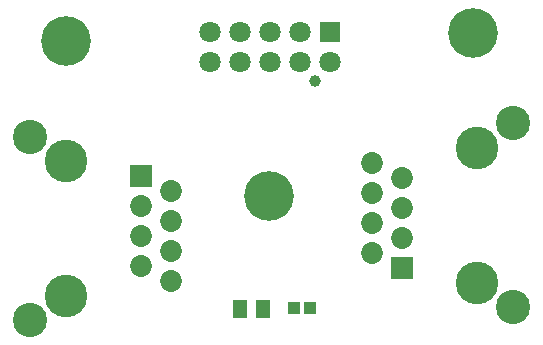
<source format=gts>
G04*
G04 #@! TF.GenerationSoftware,Altium Limited,Altium Designer,20.0.13 (296)*
G04*
G04 Layer_Color=8388736*
%FSLAX44Y44*%
%MOMM*%
G71*
G01*
G75*
%ADD16R,1.0032X1.1032*%
%ADD17R,1.2032X1.6032*%
%ADD18C,3.6032*%
%ADD19R,1.8532X1.8532*%
%ADD20C,1.8532*%
%ADD21C,2.9032*%
%ADD22C,4.2032*%
%ADD23C,1.8082*%
%ADD24R,1.8082X1.8082*%
%ADD25C,1.0032*%
D16*
X266500Y29000D02*
D03*
X252500D02*
D03*
D17*
X206750Y28250D02*
D03*
X226750D02*
D03*
D18*
X59750Y153900D02*
D03*
Y39600D02*
D03*
X407500Y50684D02*
D03*
Y164984D02*
D03*
D19*
X123250Y141200D02*
D03*
X344000Y63384D02*
D03*
D20*
X148650Y128500D02*
D03*
X123250Y115800D02*
D03*
X148650Y103100D02*
D03*
X123250Y90400D02*
D03*
X148650Y77700D02*
D03*
X123250Y65000D02*
D03*
X148650Y52300D02*
D03*
X318600Y76084D02*
D03*
X344000Y88784D02*
D03*
X318600Y101484D02*
D03*
X344000Y114184D02*
D03*
X318600Y126884D02*
D03*
X344000Y139584D02*
D03*
X318600Y152284D02*
D03*
D21*
X29250Y174250D02*
D03*
Y19250D02*
D03*
X438000Y30334D02*
D03*
Y185334D02*
D03*
D22*
X231250Y124250D02*
D03*
X59250Y255500D02*
D03*
X404500Y261750D02*
D03*
D23*
X181300Y237500D02*
D03*
Y262900D02*
D03*
X206700Y237500D02*
D03*
Y262900D02*
D03*
X232100Y237500D02*
D03*
Y262900D02*
D03*
X257500Y237500D02*
D03*
Y262900D02*
D03*
X282900Y237500D02*
D03*
D24*
Y262900D02*
D03*
D25*
X270500Y221500D02*
D03*
M02*

</source>
